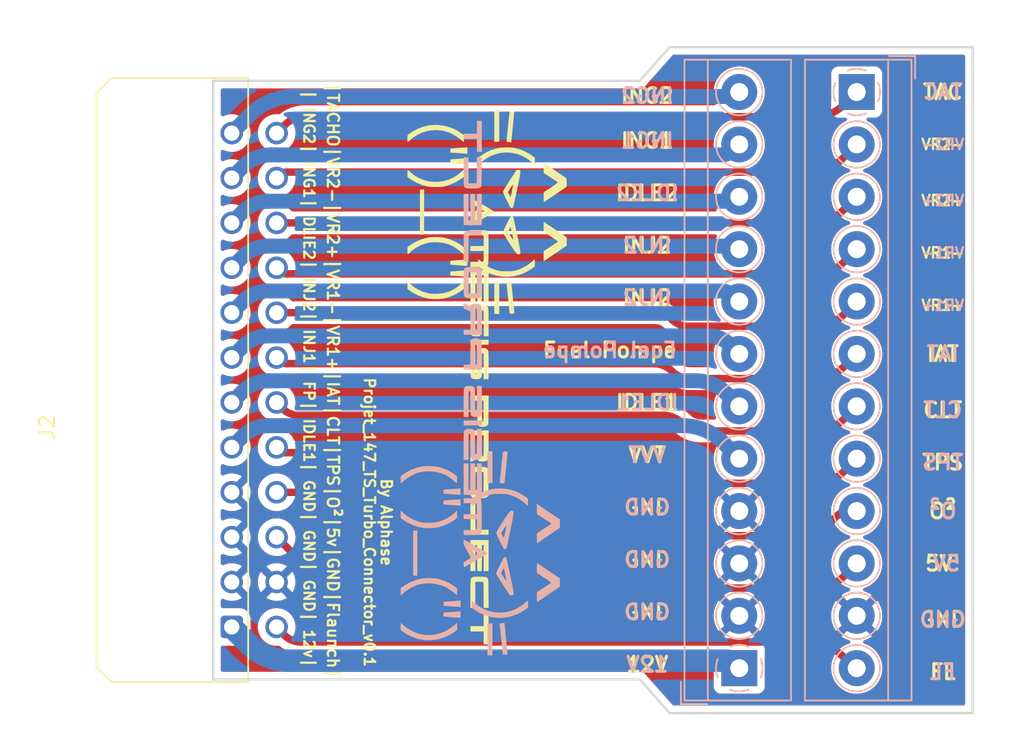
<source format=kicad_pcb>
(kicad_pcb (version 20211014) (generator pcbnew)
  (layers (0 "F.Cu" signal) (31 "B.Cu" signal) (34 "B.Paste" user) (35 "F.Paste" user) (36 "B.SilkS" user "B.Silkscreen") (37 "F.SilkS" user "F.Silkscreen") (38 "B.Mask" user) (39 "F.Mask" user) (44 "Edge.Cuts" user))
  (net 0 "")
  (net 1 "+12v")
  (net 2 "GND")
  (net 3 "VVT")
  (net 4 "FP")
  (net 5 "INJ1")
  (net 6 "INJ2")
  (net 7 "ING1")
  (net 8 "ING2")
  (net 9 "IDLE1")
  (net 10 "IDLE2")
  (net 11 "TACHO")
  (net 12 "VR2-")
  (net 13 "VR2+")
  (net 14 "VR1-")
  (net 15 "VR1+")
  (net 16 "IAT")
  (net 17 "CLT")
  (net 18 "TPS")
  (net 19 "O²")
  (net 20 "+5v")
  (net 21 "Flaunch")
  (footprint "Connector_Molex:Molex_Micro-Fit_3.0_43045-2400_2x12_P3.00mm_Horizontal" (layer "F.Cu") (at 78.235 105.495 90)
    (fp_text reference "J2" (at 13.345 -12.335 90) (layer "F.SilkS"))
    (fp_text value "Conn_02x12_Counter_Clockwise")
    (pad "" np_thru_hole circle locked (at 30.86 -4.32 90) (size 3 3) (drill 3) (layers *.Cu *.Mask))
    (pad "" np_thru_hole circle locked (at 2.16 -4.32 90) (size 3 3) (drill 3) (layers *.Cu *.Mask))
    (pad "1" thru_hole roundrect locked (at 0 0 90) (size 1.5 1.5) (drill 1.02) (layers *.Cu *.Mask) (roundrect_rratio 0.166667) (net 1 "+12v"))
    (pad "2" thru_hole circle locked (at 3 0 90) (size 1.5 1.5) (drill 1.02) (layers *.Cu *.Mask) (net 2 "GND"))
    (pad "3" thru_hole circle locked (at 6 0 90) (size 1.5 1.5) (drill 1.02) (layers *.Cu *.Mask) (net 2 "GND"))
    (pad "4" thru_hole circle locked (at 9 0 90) (size 1.5 1.5) (drill 1.02) (layers *.Cu *.Mask) (net 2 "GND"))
    (pad "5" thru_hole circle locked (at 12 0 90) (size 1.5 1.5) (drill 1.02) (layers *.Cu *.Mask) (net 3 "VVT"))
    (pad "6" thru_hole circle locked (at 15 0 90) (size 1.5 1.5) (drill 1.02) (layers *.Cu *.Mask) (net 9 "IDLE1"))
    (pad "7" thru_hole circle locked (at 18 0 90) (size 1.5 1.5) (drill 1.02) (layers *.Cu *.Mask) (net 4 "FP"))
    (pad "8" thru_hole circle locked (at 21 0 90) (size 1.5 1.5) (drill 1.02) (layers *.Cu *.Mask) (net 5 "INJ1"))
    (pad "9" thru_hole circle locked (at 24 0 90) (size 1.5 1.5) (drill 1.02) (layers *.Cu *.Mask) (net 6 "INJ2"))
    (pad "10" thru_hole circle locked (at 27 0 90) (size 1.5 1.5) (drill 1.02) (layers *.Cu *.Mask) (net 10 "IDLE2"))
    (pad "11" thru_hole circle locked (at 30 0 90) (size 1.5 1.5) (drill 1.02) (layers *.Cu *.Mask) (net 7 "ING1"))
    (pad "12" thru_hole circle locked (at 33 0 90) (size 1.5 1.5) (drill 1.02) (layers *.Cu *.Mask) (net 8 "ING2"))
    (pad "13" thru_hole circle locked (at 0 3 90) (size 1.5 1.5) (drill 1.02) (layers *.Cu *.Mask) (net 21 "Flaunch"))
    (pad "14" thru_hole circle locked (at 3 3 90) (size 1.5 1.5) (drill 1.02) (layers *.Cu *.Mask) (net 2 "GND"))
    (pad "15" thru_hole circle locked (at 6 3 90) (size 1.5 1.5) (drill 1.02) (layers *.Cu *.Mask) (net 20 "+5v"))
    (pad "16" thru_hole circle locked (at 9 3 90) (size 1.5 1.5) (drill 1.02) (layers *.Cu *.Mask) (net 19 "O²"))
    (pad "17" thru_hole circle locked (at 12 3 90) (size 1.5 1.5) (drill 1.02) (layers *.Cu *.Mask) (net 18 "TPS"))
    (pad "18" thru_hole circle locked (at 15 3 90) (size 1.5 1.5) (drill 1.02) (layers *.Cu *.Mask) (net 17 "CLT"))
    (pad "19" thru_hole circle locked (at 18 3 90) (size 1.5 1.5) (drill 1.02) (layers *.Cu *.Mask) (net 16 "IAT"))
    (pad "20" thru_hole circle locked (at 21 3 90) (size 1.5 1.5) (drill 1.02) (layers *.Cu *.Mask) (net 15 "VR1+"))
    (pad "21" thru_hole circle locked (at 24 3 90) (size 1.5 1.5) (drill 1.02) (layers *.Cu *.Mask) (net 14 "VR1-"))
    (pad "22" thru_hole circle locked (at 27 3 90) (size 1.5 1.5) (drill 1.02) (layers *.Cu *.Mask) (net 13 "VR2+"))
    (pad "23" thru_hole circle locked (at 30 3 90) (size 1.5 1.5) (drill 1.02) (layers *.Cu *.Mask) (net 12 "VR2-"))
    (pad "24" thru_hole circle locked (at 33 3 90) (size 1.5 1.5) (drill 1.02) (layers *.Cu *.Mask) (net 11 "TACHO"))
  )
  (footprint "AP_Amesis Logo:AmesisProject Logo 20mm" (layer "F.Cu") (at 93.803967 88.331038 -90)
    (fp_text reference "G***")
    (fp_text value "LOGO" hide)
  )
  (footprint "TerminalBlock_4Ucon:TerminalBlock_4Ucon_1x12_P3.50mm_Horizontal" (layer "B.Cu") (at 120 69.75 -90)
    (fp_text reference "J3" hide)
    (fp_text value "Screw_Terminal_01x12")
    (pad "1" thru_hole rect locked (at 0 0 270) (size 2.4 2.4) (drill 1.2) (layers *.Cu *.Mask) (net 11 "TACHO"))
    (pad "2" thru_hole circle locked (at 3.5 0 270) (size 2.4 2.4) (drill 1.2) (layers *.Cu *.Mask) (net 12 "VR2-"))
    (pad "3" thru_hole circle locked (at 7 0 270) (size 2.4 2.4) (drill 1.2) (layers *.Cu *.Mask) (net 13 "VR2+"))
    (pad "4" thru_hole circle locked (at 10.5 0 270) (size 2.4 2.4) (drill 1.2) (layers *.Cu *.Mask) (net 14 "VR1-"))
    (pad "5" thru_hole circle locked (at 14 0 270) (size 2.4 2.4) (drill 1.2) (layers *.Cu *.Mask) (net 15 "VR1+"))
    (pad "6" thru_hole circle locked (at 17.5 0 270) (size 2.4 2.4) (drill 1.2) (layers *.Cu *.Mask) (net 16 "IAT"))
    (pad "7" thru_hole circle locked (at 21 0 270) (size 2.4 2.4) (drill 1.2) (layers *.Cu *.Mask) (net 17 "CLT"))
    (pad "8" thru_hole circle locked (at 24.5 0 270) (size 2.4 2.4) (drill 1.2) (layers *.Cu *.Mask) (net 18 "TPS"))
    (pad "9" thru_hole circle locked (at 28 0 270) (size 2.4 2.4) (drill 1.2) (layers *.Cu *.Mask) (net 19 "O²"))
    (pad "10" thru_hole circle locked (at 31.5 0 270) (size 2.4 2.4) (drill 1.2) (layers *.Cu *.Mask) (net 20 "+5v"))
    (pad "11" thru_hole circle locked (at 35 0 270) (size 2.4 2.4) (drill 1.2) (layers *.Cu *.Mask) (net 2 "GND"))
    (pad "12" thru_hole circle locked (at 38.5 0 270) (size 2.4 2.4) (drill 1.2) (layers *.Cu *.Mask) (net 21 "Flaunch"))
  )
  (footprint "AP_Amesis Logo:AmesisProject Logo 20mm" (layer "B.Cu") (at 93.35 90 90)
    (fp_text reference "G***")
    (fp_text value "LOGO" hide)
  )
  (footprint "TerminalBlock_4Ucon:TerminalBlock_4Ucon_1x12_P3.50mm_Horizontal" (layer "B.Cu") (at 112.15 108.25 90)
    (fp_text reference "J1" hide)
    (fp_text value "Screw_Terminal_01x12")
    (pad "1" thru_hole rect locked (at 0 0 90) (size 2.4 2.4) (drill 1.2) (layers *.Cu *.Mask) (net 1 "+12v"))
    (pad "2" thru_hole circle locked (at 3.5 0 90) (size 2.4 2.4) (drill 1.2) (layers *.Cu *.Mask) (net 2 "GND"))
    (pad "3" thru_hole circle locked (at 7 0 90) (size 2.4 2.4) (drill 1.2) (layers *.Cu *.Mask) (net 2 "GND"))
    (pad "4" thru_hole circle locked (at 10.5 0 90) (size 2.4 2.4) (drill 1.2) (layers *.Cu *.Mask) (net 2 "GND"))
    (pad "5" thru_hole circle locked (at 14 0 90) (size 2.4 2.4) (drill 1.2) (layers *.Cu *.Mask) (net 3 "VVT"))
    (pad "6" thru_hole circle locked (at 17.5 0 90) (size 2.4 2.4) (drill 1.2) (layers *.Cu *.Mask) (net 9 "IDLE1"))
    (pad "7" thru_hole circle locked (at 21 0 90) (size 2.4 2.4) (drill 1.2) (layers *.Cu *.Mask) (net 4 "FP"))
    (pad "8" thru_hole circle locked (at 24.5 0 90) (size 2.4 2.4) (drill 1.2) (layers *.Cu *.Mask) (net 5 "INJ1"))
    (pad "9" thru_hole circle locked (at 28 0 90) (size 2.4 2.4) (drill 1.2) (layers *.Cu *.Mask) (net 6 "INJ2"))
    (pad "10" thru_hole circle locked (at 31.5 0 90) (size 2.4 2.4) (drill 1.2) (layers *.Cu *.Mask) (net 10 "IDLE2"))
    (pad "11" thru_hole circle locked (at 35 0 90) (size 2.4 2.4) (drill 1.2) (layers *.Cu *.Mask) (net 7 "ING1"))
    (pad "12" thru_hole circle locked (at 38.5 0 90) (size 2.4 2.4) (drill 1.2) (layers *.Cu *.Mask) (net 8 "ING2"))
  )
  (gr_poly (pts (xy 127.75 66.75) (xy 107.5 66.75) (xy 105.5 69) (xy 77 69) (xy 77 109) (xy 105.5 109) (xy 107.5 111.25) (xy 127.75 111.25)) (layer "Edge.Cuts") (width 0.15) (fill none))
  (gr_text "IAT" (at 125.75 87.25) (layer "B.SilkS") (effects (font (size 1 1) (thickness 0.2)) (justify mirror)))
  (gr_text "IDLE1" (at 106 90.5) (layer "B.SilkS") (effects (font (size 1 1) (thickness 0.2)) (justify mirror)))
  (gr_text "ING1\n" (at 106 73) (layer "B.SilkS") (effects (font (size 1 1) (thickness 0.2)) (justify mirror)))
  (gr_text "INJ2" (at 106 80) (layer "B.SilkS") (effects (font (size 1 1) (thickness 0.2)) (justify mirror)))
  (gr_text "VR2-" (at 125.75 73.25) (layer "B.SilkS") (effects (font (size 0.7 0.7)) (justify mirror)))
  (gr_text "O²" (at 125.75 97.75) (layer "B.SilkS") (effects (font (size 1 1) (thickness 0.2)) (justify mirror)))
  (gr_text "GND" (at 106 101) (layer "B.SilkS") (effects (font (size 1 1) (thickness 0.2)) (justify mirror)))
  (gr_text "VR1+" (at 125.75 84) (layer "B.SilkS") (effects (font (size 0.7 0.7)) (justify mirror)))
  (gr_text "TAC" (at 125.75 69.75) (layer "B.SilkS") (effects (font (size 1 1) (thickness 0.2)) (justify mirror)))
  (gr_text "GND" (at 106 97.5) (layer "B.SilkS") (effects (font (size 1 1) (thickness 0.2)) (justify mirror)))
  (gr_text "TPS" (at 125.75 94.5) (layer "B.SilkS") (effects (font (size 1 1) (thickness 0.2)) (justify mirror)))
  (gr_text "GND" (at 125.75 105) (layer "B.SilkS") (effects (font (size 1 1) (thickness 0.2)) (justify mirror)))
  (gr_text "VVT" (at 106 94) (layer "B.SilkS") (effects (font (size 1 1) (thickness 0.2)) (justify mirror)))
  (gr_text "INJ2" (at 106 83.5) (layer "B.SilkS") (effects (font (size 1 1) (thickness 0.2)) (justify mirror)))
  (gr_text "Fuel Pompe" (at 103.5 87) (layer "B.SilkS") (effects (font (size 1 1) (thickness 0.2)) (justify mirror)))
  (gr_text "IDLE2" (at 106 76.5) (layer "B.SilkS") (effects (font (size 1 1) (thickness 0.2)) (justify mirror)))
  (gr_text "12V" (at 106 108) (layer "B.SilkS") (effects (font (size 1 1) (thickness 0.2)) (justify mirror)))
  (gr_text "ING2" (at 106 70) (layer "B.SilkS") (effects (font (size 1 1) (thickness 0.2)) (justify mirror)))
  (gr_text "5V" (at 126 101.25) (layer "B.SilkS") (effects (font (size 1 1) (thickness 0.2)) (justify mirror)))
  (gr_text "GND" (at 106 104.5) (layer "B.SilkS") (effects (font (size 1 1) (thickness 0.2)) (justify mirror)))
  (gr_text "CLT" (at 125.75 91) (layer "B.SilkS") (effects (font (size 1 1) (thickness 0.2)) (justify mirror)))
  (gr_text "VR2+" (at 125.75 77) (layer "B.SilkS") (effects (font (size 0.7 0.7)) (justify mirror)))
  (gr_text "FL" (at 125.75 108.5) (layer "B.SilkS") (effects (font (size 1 1) (thickness 0.2)) (justify mirror)))
  (gr_text "VR1-" (at 125.75 80.5) (layer "B.SilkS") (effects (font (size 0.7 0.7)) (justify mirror)))
  (gr_text "VVT" (at 106 94) (layer "F.SilkS") (effects (font (size 1 1) (thickness 0.2))))
  (gr_text "| ING2| ING1| DLIE2| INJ2| INJ1| FP| IDLE1| GND| GND| GND| 12v|" (at 83.4 88.9 270) (layer "F.SilkS") (effects (font (size 0.7 0.7))))
  (gr_text "ING2" (at 106 70) (layer "F.SilkS") (effects (font (size 1 1) (thickness 0.2))))
  (gr_text "GND" (at 125.75 105) (layer "F.SilkS") (effects (font (size 1 1) (thickness 0.2))))
  (gr_text "VR1-" (at 125.75 80.5) (layer "F.SilkS") (effects (font (size 0.7 0.7))))
  (gr_text "GND" (at 106 104.5) (layer "F.SilkS") (effects (font (size 1 1) (thickness 0.2))))
  (gr_text "IDLE2" (at 106 76.5) (layer "F.SilkS") (effects (font (size 1 1) (thickness 0.2))))
  (gr_text "VR2-" (at 125.75 73.25) (layer "F.SilkS") (effects (font (size 0.7 0.7))))
  (gr_text "IAT" (at 125.75 87.25) (layer "F.SilkS") (effects (font (size 1 1) (thickness 0.2))))
  (gr_text "TAC" (at 125.75 69.75) (layer "F.SilkS") (effects (font (size 1 1) (thickness 0.2))))
  (gr_text "5V" (at 125.5 101.25) (layer "F.SilkS") (effects (font (size 1 1) (thickness 0.2))))
  (gr_text "VR1+" (at 125.75 84) (layer "F.SilkS") (effects (font (size 0.7 0.7))))
  (gr_text "GND" (at 106 101) (layer "F.SilkS") (effects (font (size 1 1) (thickness 0.2))))
  (gr_text "VR2+" (at 125.75 77) (layer "F.SilkS") (effects (font (size 0.7 0.7))))
  (gr_text "O²" (at 125.75 97.75) (layer "F.SilkS") (effects (font (size 1 1) (thickness 0.2))))
  (gr_text "TPS" (at 125.75 94.5) (layer "F.SilkS") (effects (font (size 1 1) (thickness 0.2))))
  (gr_text "INJ2" (at 106 83.5) (layer "F.SilkS") (effects (font (size 1 1) (thickness 0.2))))
  (gr_text "|TACHO|VR2-|VR2+|VR1-|VR1+|IAT|CLT|TPS|O²|5v|GND|Flaunch|" (at 85 89.05 270) (layer "F.SilkS") (effects (font (size 0.75 0.75))))
  (gr_text "Fuel Pompe" (at 103.5 87) (layer "F.SilkS") (effects (font (size 1 1) (thickness 0.2))))
  (gr_text "IDLE1" (at 106 90.5) (layer "F.SilkS") (effects (font (size 1 1) (thickness 0.2))))
  (gr_text "By Alphase\nProjet_147_TS_Turbo_Connector_v0.1" (at 88 98.5 270) (layer "F.SilkS") (effects (font (size 0.7 0.7))))
  (gr_text "12V" (at 106 108) (layer "F.SilkS") (effects (font (size 1 1) (thickness 0.2))))
  (gr_text "ING1\n" (at 106 73) (layer "F.SilkS") (effects (font (size 1 1) (thickness 0.2))))
  (gr_text "INJ2" (at 106 80) (layer "F.SilkS") (effects (font (size 1 1) (thickness 0.2))))
  (gr_text "GND" (at 106 97.5) (layer "F.SilkS") (effects (font (size 1 1) (thickness 0.2))))
  (gr_text "CLT" (at 125.75 91) (layer "F.SilkS") (effects (font (size 1 1) (thickness 0.2))))
  (gr_text "FL" (at 125.75 108.5) (layer "F.SilkS") (effects (font (size 1 1) (thickness 0.2))))
  (segment (start 79.3625 106.6225) (end 78.235 105.495) (width 1.5) (layer "B.Cu") (net 1))
  (segment (start 111.9 108) (end 112.15 108.25) (width 1.5) (layer "B.Cu") (net 1))
  (segment (start 111.296446 107.75) (end 82.084525 107.75) (width 1.5) (layer "B.Cu") (net 1))
  (arc (start 111.9 108) (mid 111.623087 107.814972) (end 111.296446 107.75) (width 1.5) (layer "B.Cu") (net 1))
  (arc (start 79.3625 106.6225) (mid 80.611375 107.456972) (end 82.084525 107.75) (width 1.5) (layer "B.Cu") (net 1))
  (segment (start 78.959755 92.770244) (end 78.235 93.495) (width 1) (layer "B.Cu") (net 3))
  (segment (start 80.70947 92.045489) (end 108.386664 92.045489) (width 1) (layer "B.Cu") (net 3))
  (segment (start 111.047744 93.147744) (end 112.15 94.25) (width 1) (layer "B.Cu") (net 3))
  (arc (start 111.047744 93.147744) (mid 109.82683 92.331955) (end 108.386664 92.045489) (width 1) (layer "B.Cu") (net 3))
  (arc (start 80.70947 92.045489) (mid 79.762531 92.233846) (end 78.959755 92.770244) (width 1) (layer "B.Cu") (net 3))
  (segment (start 110.093771 86.045489) (end 80.70947 86.045489) (width 1) (layer "B.Cu") (net 4))
  (segment (start 78.959755 86.770244) (end 78.235 87.495) (width 1) (layer "B.Cu") (net 4))
  (segment (start 111.547744 86.647744) (end 112.15 87.25) (width 1) (layer "B.Cu") (net 4))
  (arc (start 111.547744 86.647744) (mid 110.880655 86.202009) (end 110.093771 86.045489) (width 1) (layer "B.Cu") (net 4))
  (arc (start 80.70947 86.045489) (mid 79.762531 86.233846) (end 78.959755 86.770244) (width 1) (layer "B.Cu") (net 4))
  (segment (start 80.70947 83.045489) (end 110.947324 83.045489) (width 1) (layer "B.Cu") (net 5))
  (segment (start 111.797744 83.397744) (end 112.15 83.75) (width 1) (layer "B.Cu") (net 5))
  (segment (start 78.959755 83.770244) (end 78.235 84.495) (width 1) (layer "B.Cu") (net 5))
  (arc (start 111.797744 83.397744) (mid 111.407568 83.137037) (end 110.947324 83.045489) (width 1) (layer "B.Cu") (net 5))
  (arc (start 80.70947 83.045489) (mid 79.762531 83.233846) (end 78.959755 83.770244) (width 1) (layer "B.Cu") (net 5))
  (segment (start 112.047744 80.147744) (end 112.15 80.25) (width 1) (layer "B.Cu") (net 6))
  (segment (start 78.959755 80.770244) (end 78.235 81.495) (width 1) (layer "B.Cu") (net 6))
  (segment (start 111.800877 80.045489) (end 80.70947 80.045489) (width 1) (layer "B.Cu") (net 6))
  (arc (start 112.047744 80.147744) (mid 111.93448 80.072064) (end 111.800877 80.045489) (width 1) (layer "B.Cu") (net 6))
  (arc (start 80.70947 80.045489) (mid 79.762531 80.233846) (end 78.959755 80.770244) (width 1) (layer "B.Cu") (net 6))
  (segment (start 110.955025 73.95) (end 80.872479 73.95) (width 1) (layer "B.Cu") (net 7))
  (segment (start 79.0075 74.7225) (end 78.235 75.495) (width 1) (layer "B.Cu") (net 7))
  (segment (start 111.8 73.6) (end 112.15 73.25) (width 1) (layer "B.Cu") (net 7))
  (arc (start 80.872479 73.95) (mid 79.863159 74.150766) (end 79.0075 74.7225) (width 1) (layer "B.Cu") (net 7))
  (arc (start 111.8 73.6) (mid 111.412322 73.859037) (end 110.955025 73.95) (width 1) (layer "B.Cu") (net 7))
  (segment (start 82.408876 70.05) (end 111.637867 70.05) (width 1) (layer "B.Cu") (net 8))
  (segment (start 112 69.9) (end 112.15 69.75) (width 1) (layer "B.Cu") (net 8))
  (segment (start 79.4575 71.2725) (end 78.235 72.495) (width 1) (layer "B.Cu") (net 8))
  (arc (start 82.408876 70.05) (mid 80.811602 70.367717) (end 79.4575 71.2725) (width 1) (layer "B.Cu") (net 8))
  (arc (start 112 69.9) (mid 111.833852 70.011016) (end 111.637867 70.05) (width 1) (layer "B.Cu") (net 8))
  (segment (start 78.959755 89.770244) (end 78.235 90.495) (width 1) (layer "B.Cu") (net 9))
  (segment (start 111.297744 89.897744) (end 112.15 90.75) (width 1) (layer "B.Cu") (net 9))
  (segment (start 109.240217 89.045489) (end 80.70947 89.045489) (width 1) (layer "B.Cu") (net 9))
  (arc (start 80.70947 89.045489) (mid 79.762531 89.233846) (end 78.959755 89.770244) (width 1) (layer "B.Cu") (net 9))
  (arc (start 111.297744 89.897744) (mid 110.353742 89.266982) (end 109.240217 89.045489) (width 1) (layer "B.Cu") (net 9))
  (segment (start 80.70947 77.045489) (end 111.645568 77.045489) (width 1) (layer "B.Cu") (net 10))
  (segment (start 78.959755 77.770244) (end 78.235 78.495) (width 1) (layer "B.Cu") (net 10))
  (segment (start 112.002255 76.897744) (end 112.15 76.75) (width 1) (layer "B.Cu") (net 10))
  (arc (start 112.002255 76.897744) (mid 111.838605 77.007091) (end 111.645568 77.045489) (width 1) (layer "B.Cu") (net 10))
  (arc (start 80.70947 77.045489) (mid 79.762531 77.233846) (end 78.959755 77.770244) (width 1) (layer "B.Cu") (net 10))
  (segment (start 83.104281 71.4) (end 117.183273 71.4) (width 0.5) (layer "F.Cu") (net 11))
  (segment (start 119.175 70.575) (end 120 69.75) (width 0.5) (layer "F.Cu") (net 11))
  (segment (start 81.7825 71.9475) (end 81.235 72.495) (width 0.5) (layer "F.Cu") (net 11))
  (arc (start 83.104281 71.4) (mid 82.388938 71.54229) (end 81.7825 71.9475) (width 0.5) (layer "F.Cu") (net 11))
  (arc (start 119.175 70.575) (mid 118.261188 71.185589) (end 117.183273 71.4) (width 0.5) (layer "F.Cu") (net 11))
  (segment (start 81.432255 75.297744) (end 81.235 75.495) (width 0.5) (layer "F.Cu") (net 12))
  (segment (start 119.074755 74.175244) (end 120 73.25) (width 0.5) (layer "F.Cu") (net 12))
  (segment (start 116.841017 75.100489) (end 81.908472 75.100489) (width 0.5) (layer "F.Cu") (net 12))
  (arc (start 119.074755 74.175244) (mid 118.049907 74.860025) (end 116.841017 75.100489) (width 0.5) (layer "F.Cu") (net 12))
  (arc (start 81.908472 75.100489) (mid 81.650745 75.151753) (end 81.432255 75.297744) (width 0.5) (layer "F.Cu") (net 12))
  (segment (start 119.1275 77.6225) (end 120 76.75) (width 0.5) (layer "F.Cu") (net 13))
  (segment (start 117.021098 78.495) (end 81.235 78.495) (width 0.5) (layer "F.Cu") (net 13))
  (arc (start 119.1275 77.6225) (mid 118.161074 78.268244) (end 117.021098 78.495) (width 0.5) (layer "F.Cu") (net 13))
  (segment (start 81.437255 81.697255) (end 81.235 81.495) (width 0.5) (layer "F.Cu") (net 14))
  (segment (start 119.175244 81.074755) (end 120 80.25) (width 0.5) (layer "F.Cu") (net 14))
  (segment (start 117.184108 81.899511) (end 81.925543 81.899511) (width 0.5) (layer "F.Cu") (net 14))
  (arc (start 119.175244 81.074755) (mid 118.261703 81.685163) (end 117.184108 81.899511) (width 0.5) (layer "F.Cu") (net 14))
  (arc (start 81.437255 81.697255) (mid 81.661283 81.846946) (end 81.925543 81.899511) (width 0.5) (layer "F.Cu") (net 14))
  (segment (start 119.175244 84.574755) (end 120 83.75) (width 0.5) (layer "F.Cu") (net 15))
  (segment (start 106.555414 84.495) (end 81.235 84.495) (width 0.5) (layer "F.Cu") (net 15))
  (segment (start 108.739096 85.399511) (end 117.184108 85.399511) (width 0.5) (layer "F.Cu") (net 15))
  (arc (start 107.647255 84.947255) (mid 107.146314 84.612537) (end 106.555414 84.495) (width 0.5) (layer "F.Cu") (net 15))
  (arc (start 119.175244 84.574755) (mid 118.261703 85.185163) (end 117.184108 85.399511) (width 0.5) (layer "F.Cu") (net 15))
  (arc (start 107.647255 84.947255) (mid 108.148196 85.281973) (end 108.739096 85.399511) (width 0.5) (layer "F.Cu") (net 15))
  (segment (start 81.4375 87.6975) (end 81.235 87.495) (width 0.5) (layer "F.Cu") (net 16))
  (segment (start 108.856272 88.899511) (end 117.184108 88.899511) (width 0.5) (layer "F.Cu") (net 16))
  (segment (start 119.175244 88.074755) (end 120 87.25) (width 0.5) (layer "F.Cu") (net 16))
  (segment (start 81.926378 87.9) (end 106.443238 87.9) (width 0.5) (layer "F.Cu") (net 16))
  (arc (start 107.649755 88.399755) (mid 108.203309 88.769628) (end 108.856272 88.899511) (width 0.5) (layer "F.Cu") (net 16))
  (arc (start 81.4375 87.6975) (mid 81.661799 87.847371) (end 81.926378 87.9) (width 0.5) (layer "F.Cu") (net 16))
  (arc (start 107.649755 88.399755) (mid 107.0962 88.029882) (end 106.443238 87.9) (width 0.5) (layer "F.Cu") (net 16))
  (arc (start 119.175244 88.074755) (mid 118.261703 88.685163) (end 117.184108 88.899511) (width 0.5) (layer "F.Cu") (net 16))
  (segment (start 82.694576 91.35) (end 107.057883 91.35) (width 0.5) (layer "F.Cu") (net 17))
  (segment (start 109.591627 92.399511) (end 117.184108 92.399511) (width 0.5) (layer "F.Cu") (net 17))
  (segment (start 81.6625 90.9225) (end 81.235 90.495) (width 0.5) (layer "F.Cu") (net 17))
  (segment (start 119.175244 91.574755) (end 120 90.75) (width 0.5) (layer "F.Cu") (net 17))
  (arc (start 119.175244 91.574755) (mid 118.261703 92.185163) (end 117.184108 92.399511) (width 0.5) (layer "F.Cu") (net 17))
  (arc (start 108.324755 91.874755) (mid 108.906001 92.263131) (end 109.591627 92.399511) (width 0.5) (layer "F.Cu") (net 17))
  (arc (start 108.324755 91.874755) (mid 107.743509 91.486379) (end 107.057883 91.35) (width 0.5) (layer "F.Cu") (net 17))
  (arc (start 81.6625 90.9225) (mid 82.13602 91.238896) (end 82.694576 91.35) (width 0.5) (layer "F.Cu") (net 17))
  (segment (start 105.600776 93.85) (end 81.841022 93.85) (width 0.5) (layer "F.Cu") (net 18))
  (segment (start 119.175244 95.074755) (end 120 94.25) (width 0.5) (layer "F.Cu") (net 18))
  (segment (start 110.548734 95.899511) (end 117.184108 95.899511) (width 0.5) (layer "F.Cu") (net 18))
  (segment (start 81.4125 93.6725) (end 81.235 93.495) (width 0.5) (layer "F.Cu") (net 18))
  (arc (start 81.4125 93.6725) (mid 81.609107 93.803869) (end 81.841022 93.85) (width 0.5) (layer "F.Cu") (net 18))
  (arc (start 108.074755 94.874755) (mid 106.939684 94.116325) (end 105.600776 93.85) (width 0.5) (layer "F.Cu") (net 18))
  (arc (start 119.175244 95.074755) (mid 118.261703 95.685163) (end 117.184108 95.899511) (width 0.5) (layer "F.Cu") (net 18))
  (arc (start 108.074755 94.874755) (mid 109.209826 95.633185) (end 110.548734 95.899511) (width 0.5) (layer "F.Cu") (net 18))
  (segment (start 118.646446 98.103553) (end 118.175244 98.574755) (width 0.5) (layer "F.Cu") (net 19))
  (segment (start 81.2375 96.4975) (end 81.235 96.495) (width 0.5) (layer "F.Cu") (net 19))
  (segment (start 81.243535 96.5) (end 104.249736 96.5) (width 0.5) (layer "F.Cu") (net 19))
  (segment (start 119.5 97.75) (end 120 97.75) (width 0.5) (layer "F.Cu") (net 19))
  (segment (start 116.184108 99.399511) (end 111.249774 99.399511) (width 0.5) (layer "F.Cu") (net 19))
  (arc (start 118.175244 98.574755) (mid 117.261703 99.185163) (end 116.184108 99.399511) (width 0.5) (layer "F.Cu") (net 19))
  (arc (start 107.749755 97.949755) (mid 106.143932 96.876779) (end 104.249736 96.5) (width 0.5) (layer "F.Cu") (net 19))
  (arc (start 81.2375 96.4975) (mid 81.240268 96.49935) (end 81.243535 96.5) (width 0.5) (layer "F.Cu") (net 19))
  (arc (start 107.749755 97.949755) (mid 109.355577 99.022731) (end 111.249774 99.399511) (width 0.5) (layer "F.Cu") (net 19))
  (arc (start 119.5 97.75) (mid 119.03806 97.841885) (end 118.646446 98.103553) (width 0.5) (layer "F.Cu") (net 19))
  (segment (start 86.893963 102.9) (end 117.183273 102.9) (width 0.5) (layer "F.Cu") (net 20))
  (segment (start 83.046207 101.306207) (end 81.235 99.495) (width 0.5) (layer "F.Cu") (net 20))
  (segment (start 119.175 102.075) (end 120 101.25) (width 0.5) (layer "F.Cu") (net 20))
  (arc (start 83.046207 101.306207) (mid 84.811572 102.485786) (end 86.893963 102.9) (width 0.5) (layer "F.Cu") (net 20))
  (arc (start 119.175 102.075) (mid 118.261188 102.685589) (end 117.183273 102.9) (width 0.5) (layer "F.Cu") (net 20))
  (segment (start 82.879585 106.5) (end 116.740528 106.5) (width 0.5) (layer "F.Cu") (net 21))
  (segment (start 81.235 105.495) (end 81.687255 105.947255) (width 0.5) (layer "F.Cu") (net 21))
  (segment (start 119 107.4) (end 119.925235 108.325235) (width 0.5) (layer "F.Cu") (net 21))
  (arc (start 116.8 106.5) (mid 118.008889 106.740466) (end 119.033748 107.425254) (width 0.5) (layer "F.Cu") (net 21))
  (arc (start 81.758159 106.047744) (mid 82.2591 106.382462) (end 82.85 106.5) (width 0.5) (layer "F.Cu") (net 21))
  (zone (net 2) (net_name "GND") (layers F&B.Cu) (connect_pads (clearance 0.508)) (min_thickness 0.254) (fill yes (thermal_gap 0.508) (thermal_bridge_width 0.508) (island_removal_mode 1) (island_area_min 0))
    (polygon (pts (xy 130.95 64.6) (xy 131.2 113.85) (xy 62.75 113.2) (xy 64.39497 63.751211)))
  )
)
</source>
